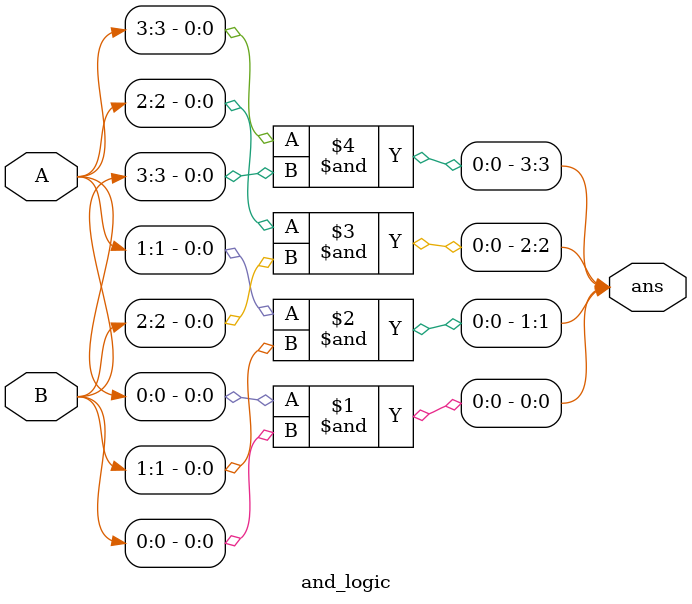
<source format=v>
module and_logic(
    input [3:0]A,
    input [3:0]B,
    output [3:0]ans
);

and(ans[0],A[0],B[0]);
and(ans[1],A[1],B[1]);
and(ans[2],A[2],B[2]);
and(ans[3],A[3],B[3]);

endmodule
</source>
